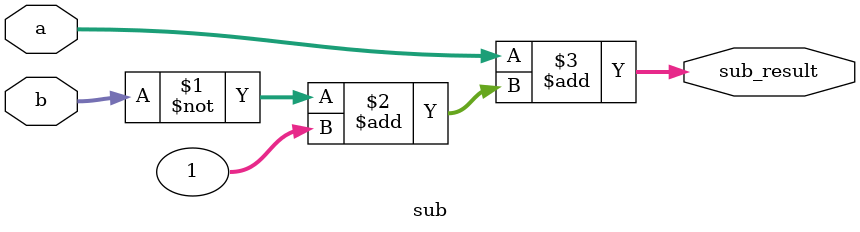
<source format=v>
module sub(a, b, sub_result);
    input   [31:0] a,b;
    output  [31:0] sub_result;
    wire    [31:0] n_b, neg_b;

    // assign n_b = ~b;
    // assign neg_b = n_b + 1;
    assign sub_result = a + (~b + 1);
endmodule
</source>
